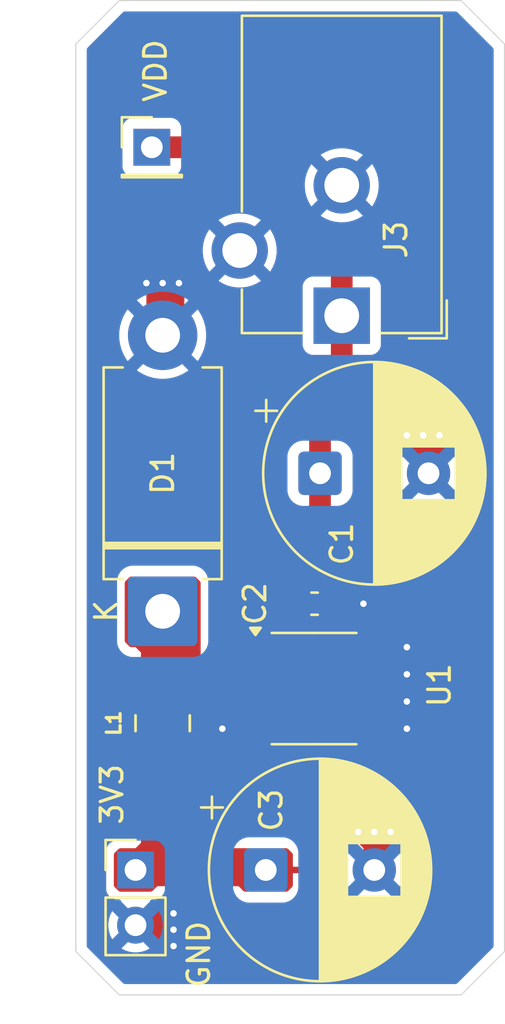
<source format=kicad_pcb>
(kicad_pcb (version 20241229) (generator "pcbnew") (generator_version "9.0")
  (layers (0 "F.Cu" signal) (2 "B.Cu" signal) (13 "F.Paste" user) (15 "B.Paste" user) (5 "F.SilkS" user "F.Silkscreen") (7 "B.SilkS" user "B.Silkscreen") (1 "F.Mask" user) (3 "B.Mask" user) (25 "Edge.Cuts" user))
  (net 0 "")
  (net 1 "GND")
  (net 2 "VDD")
  (net 3 "+3V3 Buck")
  (net 4 "/BUCK_SW")
  (footprint "Package_SO:SOIC-8_3.9x4.9mm_P1.27mm" (layer "F.Cu") (at 103.725 79.905)
    (property "Reference" "U1" (at 5.775 -0.155 90) (layer "F.SilkS"))
    (property "Value" "XL1509-3.3")
    (fp_line (start 0 -2.56) (end -1.95 -2.56) (stroke (width 0.12)) (layer "F.SilkS"))
    (fp_line (start 0 -2.56) (end 1.95 -2.56) (stroke (width 0.12)) (layer "F.SilkS"))
    (fp_line (start 0 2.56) (end -1.95 2.56) (stroke (width 0.12)) (layer "F.SilkS"))
    (fp_line (start 0 2.56) (end 1.95 2.56) (stroke (width 0.12)) (layer "F.SilkS"))
    (fp_poly (pts (xy -2.7 -2.465) (xy -2.94 -2.795) (xy -2.46 -2.795)) (stroke (width 0.12)) (fill yes) (layer "F.SilkS"))
    (pad "1" smd roundrect (at -2.475 -1.905) (size 1.95 0.6) (layers "F.Cu" "F.Mask" "F.Paste") (net 2 "VDD"))
    (pad "2" smd roundrect (at -2.475 -0.635) (size 1.95 0.6) (layers "F.Cu" "F.Mask" "F.Paste") (net 4 "/BUCK_SW"))
    (pad "3" smd roundrect (at -2.475 0.635) (size 1.95 0.6) (layers "F.Cu" "F.Mask" "F.Paste") (net 3 "+3V3 Buck"))
    (pad "4" smd roundrect (at -2.475 1.905) (size 1.95 0.6) (layers "F.Cu" "F.Mask" "F.Paste") (net 1 "GND"))
    (pad "5" smd roundrect (at 2.475 1.905) (size 1.95 0.6) (layers "F.Cu" "F.Mask" "F.Paste") (net 1 "GND"))
    (pad "6" smd roundrect (at 2.475 0.635) (size 1.95 0.6) (layers "F.Cu" "F.Mask" "F.Paste") (net 1 "GND"))
    (pad "7" smd roundrect (at 2.475 -0.635) (size 1.95 0.6) (layers "F.Cu" "F.Mask" "F.Paste") (net 1 "GND"))
    (pad "8" smd roundrect (at 2.475 -1.905) (size 1.95 0.6) (layers "F.Cu" "F.Mask" "F.Paste") (net 1 "GND"))
  )
  (footprint "Capacitor_SMD:C_0603_1608Metric_Pad1.08x0.95mm_HandSolder" (layer "F.Cu") (at 103.75 76)
    (property "Reference" "C2" (at -2.75 0 90) (layer "F.SilkS"))
    (property "Value" "1uF")
    (fp_line (start -0.146267 -0.51) (end 0.146267 -0.51) (stroke (width 0.12)) (layer "F.SilkS"))
    (fp_line (start -0.146267 0.51) (end 0.146267 0.51) (stroke (width 0.12)) (layer "F.SilkS"))
    (pad "1" smd roundrect (at -0.8625 0) (size 1.075 0.95) (layers "F.Cu" "F.Mask" "F.Paste") (net 2 "VDD"))
    (pad "2" smd roundrect (at 0.8625 0) (size 1.075 0.95) (layers "F.Cu" "F.Mask" "F.Paste") (net 1 "GND"))
  )
  (footprint "Capacitor_THT:CP_Radial_D10.0mm_P5.00mm" (layer "F.Cu") (at 101.5 88.25)
    (property "Reference" "C3" (at 0.25 -2.75 90) (layer "F.SilkS"))
    (property "Value" "330uF")
    (fp_line (start -2.979646 -2.875) (end -1.979646 -2.875) (stroke (width 0.12)) (layer "F.SilkS"))
    (fp_line (start -2.479646 -3.375) (end -2.479646 -2.375) (stroke (width 0.12)) (layer "F.SilkS"))
    (fp_line (start 2.5 -5.08) (end 2.5 5.08) (stroke (width 0.12)) (layer "F.SilkS"))
    (fp_line (start 2.54 -5.08) (end 2.54 5.08) (stroke (width 0.12)) (layer "F.SilkS"))
    (fp_line (start 2.58 -5.079) (end 2.58 5.079) (stroke (width 0.12)) (layer "F.SilkS"))
    (fp_line (start 2.62 -5.079) (end 2.62 5.079) (stroke (width 0.12)) (layer "F.SilkS"))
    (fp_line (start 2.66 -5.077) (end 2.66 5.077) (stroke (width 0.12)) (layer "F.SilkS"))
    (fp_line (start 2.7 -5.076) (end 2.7 5.076) (stroke (width 0.12)) (layer "F.SilkS"))
    (fp_line (start 2.74 -5.074) (end 2.74 5.074) (stroke (width 0.12)) (layer "F.SilkS"))
    (fp_line (start 2.78 -5.072) (end 2.78 5.072) (stroke (width 0.12)) (layer "F.SilkS"))
    (fp_line (start 2.82 -5.07) (end 2.82 5.07) (stroke (width 0.12)) (layer "F.SilkS"))
    (fp_line (start 2.86 -5.067) (end 2.86 5.067) (stroke (width 0.12)) (layer "F.SilkS"))
    (fp_line (start 2.9 -5.064) (end 2.9 5.064) (stroke (width 0.12)) (layer "F.SilkS"))
    (fp_line (start 2.94 -5.061) (end 2.94 5.061) (stroke (width 0.12)) (layer "F.SilkS"))
    (fp_line (start 2.98 -5.057) (end 2.98 5.057) (stroke (width 0.12)) (layer "F.SilkS"))
    (fp_line (start 3.02 -5.054) (end 3.02 5.054) (stroke (width 0.12)) (layer "F.SilkS"))
    (fp_line (start 3.06 -5.049) (end 3.06 5.049) (stroke (width 0.12)) (layer "F.SilkS"))
    (fp_line (start 3.1 -5.045) (end 3.1 5.045) (stroke (width 0.12)) (layer "F.SilkS"))
    (fp_line (start 3.14 -5.04) (end 3.14 5.04) (stroke (width 0.12)) (layer "F.SilkS"))
    (fp_line (start 3.18 -5.035) (end 3.18 5.035) (stroke (width 0.12)) (layer "F.SilkS"))
    (fp_line (start 3.22 -5.029) (end 3.22 5.029) (stroke (width 0.12)) (layer "F.SilkS"))
    (fp_line (start 3.26 -5.023) (end 3.26 5.023) (stroke (width 0.12)) (layer "F.SilkS"))
    (fp_line (start 3.3 -5.017) (end 3.3 5.017) (stroke (width 0.12)) (layer "F.SilkS"))
    (fp_line (start 3.34 -5.011) (end 3.34 5.011) (stroke (width 0.12)) (layer "F.SilkS"))
    (fp_line (start 3.38 -5.004) (end 3.38 5.004) (stroke (width 0.12)) (layer "F.SilkS"))
    (fp_line (start 3.42 -4.997) (end 3.42 4.997) (stroke (width 0.12)) (layer "F.SilkS"))
    (fp_line (start 3.46 -4.989) (end 3.46 4.989) (stroke (width 0.12)) (layer "F.SilkS"))
    (fp_line (start 3.5 -4.981) (end 3.5 4.981) (stroke (width 0.12)) (layer "F.SilkS"))
    (fp_line (start 3.54 -4.973) (end 3.54 4.973) (stroke (width 0.12)) (layer "F.SilkS"))
    (fp_line (start 3.58 -4.965) (end 3.58 4.965) (stroke (width 0.12)) (layer "F.SilkS"))
    (fp_line (start 3.62 -4.956) (end 3.62 4.956) (stroke (width 0.12)) (layer "F.SilkS"))
    (fp_line (start 3.66 -4.947) (end 3.66 4.947) (stroke (width 0.12)) (layer "F.SilkS"))
    (fp_line (start 3.7 -4.937) (end 3.7 4.937) (stroke (width 0.12)) (layer "F.SilkS"))
    (fp_line (start 3.74 -4.928) (end 3.74 4.928) (stroke (width 0.12)) (layer "F.SilkS"))
    (fp_line (start 3.78 -4.917) (end 3.78 -1.24) (stroke (width 0.12)) (layer "F.SilkS"))
    (fp_line (start 3.78 1.24) (end 3.78 4.917) (stroke (width 0.12)) (layer "F.SilkS"))
    (fp_line (start 3.82 -4.907) (end 3.82 -1.24) (stroke (width 0.12)) (layer "F.SilkS"))
    (fp_line (start 3.82 1.24) (end 3.82 4.907) (stroke (width 0.12)) (layer "F.SilkS"))
    (fp_line (start 3.86 -4.896) (end 3.86 -1.24) (stroke (width 0.12)) (layer "F.SilkS"))
    (fp_line (start 3.86 1.24) (end 3.86 4.896) (stroke (width 0.12)) (layer "F.SilkS"))
    (fp_line (start 3.9 -4.885) (end 3.9 -1.24) (stroke (width 0.12)) (layer "F.SilkS"))
    (fp_line (start 3.9 1.24) (end 3.9 4.885) (stroke (width 0.12)) (layer "F.SilkS"))
    (fp_line (start 3.94 -4.873) (end 3.94 -1.24) (stroke (width 0.12)) (layer "F.SilkS"))
    (fp_line (start 3.94 1.24) (end 3.94 4.873) (stroke (width 0.12)) (layer "F.SilkS"))
    (fp_line (start 3.98 -4.861) (end 3.98 -1.24) (stroke (width 0.12)) (layer "F.SilkS"))
    (fp_line (start 3.98 1.24) (end 3.98 4.861) (stroke (width 0.12)) (layer "F.SilkS"))
    (fp_line (start 4.02 -4.849) (end 4.02 -1.24) (stroke (width 0.12)) (layer "F.SilkS"))
    (fp_line (start 4.02 1.24) (end 4.02 4.849) (stroke (width 0.12)) (layer "F.SilkS"))
    (fp_line (start 4.06 -4.837) (end 4.06 -1.24) (stroke (width 0.12)) (layer "F.SilkS"))
    (fp_line (start 4.06 1.24) (end 4.06 4.837) (stroke (width 0.12)) (layer "F.SilkS"))
    (fp_line (start 4.1 -4.824) (end 4.1 -1.24) (stroke (width 0.12)) (layer "F.SilkS"))
    (fp_line (start 4.1 1.24) (end 4.1 4.824) (stroke (width 0.12)) (layer "F.SilkS"))
    (fp_line (start 4.14 -4.81) (end 4.14 -1.24) (stroke (width 0.12)) (layer "F.SilkS"))
    (fp_line (start 4.14 1.24) (end 4.14 4.81) (stroke (width 0.12)) (layer "F.SilkS"))
    (fp_line (start 4.18 -4.797) (end 4.18 -1.24) (stroke (width 0.12)) (layer "F.SilkS"))
    (fp_line (start 4.18 1.24) (end 4.18 4.797) (stroke (width 0.12)) (layer "F.SilkS"))
    (fp_line (start 4.22 -4.782) (end 4.22 -1.24) (stroke (width 0.12)) (layer "F.SilkS"))
    (fp_line (start 4.22 1.24) (end 4.22 4.782) (stroke (width 0.12)) (layer "F.SilkS"))
    (fp_line (start 4.26 -4.768) (end 4.26 -1.24) (stroke (width 0.12)) (layer "F.SilkS"))
    (fp_line (start 4.26 1.24) (end 4.26 4.768) (stroke (width 0.12)) (layer "F.SilkS"))
    (fp_line (start 4.3 -4.753) (end 4.3 -1.24) (stroke (width 0.12)) (layer "F.SilkS"))
    (fp_line (start 4.3 1.24) (end 4.3 4.753) (stroke (width 0.12)) (layer "F.SilkS"))
    (fp_line (start 4.34 -4.738) (end 4.34 -1.24) (stroke (width 0.12)) (layer "F.SilkS"))
    (fp_line (start 4.34 1.24) (end 4.34 4.738) (stroke (width 0.12)) (layer "F.SilkS"))
    (fp_line (start 4.38 -4.722) (end 4.38 -1.24) (stroke (width 0.12)) (layer "F.SilkS"))
    (fp_line (start 4.38 1.24) (end 4.38 4.722) (stroke (width 0.12)) (layer "F.SilkS"))
    (fp_line (start 4.42 -4.706) (end 4.42 -1.24) (stroke (width 0.12)) (layer "F.SilkS"))
    (fp_line (start 4.42 1.24) (end 4.42 4.706) (stroke (width 0.12)) (layer "F.SilkS"))
    (fp_line (start 4.46 -4.69) (end 4.46 -1.24) (stroke (width 0.12)) (layer "F.SilkS"))
    (fp_line (start 4.46 1.24) (end 4.46 4.69) (stroke (width 0.12)) (layer "F.SilkS"))
    (fp_line (start 4.5 -4.673) (end 4.5 -1.24) (stroke (width 0.12)) (layer "F.SilkS"))
    (fp_line (start 4.5 1.24) (end 4.5 4.673) (stroke (width 0.12)) (layer "F.SilkS"))
    (fp_line (start 4.54 -4.656) (end 4.54 -1.24) (stroke (width 0.12)) (layer "F.SilkS"))
    (fp_line (start 4.54 1.24) (end 4.54 4.656) (stroke (width 0.12)) (layer "F.SilkS"))
    (fp_line (start 4.58 -4.638) (end 4.58 -1.24) (stroke (width 0.12)) (layer "F.SilkS"))
    (fp_line (start 4.58 1.24) (end 4.58 4.638) (stroke (width 0.12)) (layer "F.SilkS"))
    (fp_line (start 4.62 -4.62) (end 4.62 -1.24) (stroke (width 0.12)) (layer "F.SilkS"))
    (fp_line (start 4.62 1.24) (end 4.62 4.62) (stroke (width 0.12)) (layer "F.SilkS"))
    (fp_line (start 4.66 -4.602) (end 4.66 -1.24) (stroke (width 0.12)) (layer "F.SilkS"))
    (fp_line (start 4.66 1.24) (end 4.66 4.602) (stroke (width 0.12)) (layer "F.SilkS"))
    (fp_line (start 4.7 -4.583) (end 4.7 -1.24) (stroke (width 0.12)) (layer "F.SilkS"))
    (fp_line (start 4.7 1.24) (end 4.7 4.583) (stroke (width 0.12)) (layer "F.SilkS"))
    (fp_line (start 4.74 -4.564) (end 4.74 -1.24) (stroke (width 0.12)) (layer "F.SilkS"))
    (fp_line (start 4.74 1.24) (end 4.74 4.564) (stroke (width 0.12)) (layer "F.SilkS"))
    (fp_line (start 4.78 -4.544) (end 4.78 -1.24) (stroke (width 0.12)) (layer "F.SilkS"))
    (fp_line (start 4.78 1.24) (end 4.78 4.544) (stroke (width 0.12)) (layer "F.SilkS"))
    (fp_line (start 4.82 -4.524) (end 4.82 -1.24) (stroke (width 0.12)) (layer "F.SilkS"))
    (fp_line (start 4.82 1.24) (end 4.82 4.524) (stroke (width 0.12)) (layer "F.SilkS"))
    (fp_line (start 4.86 -4.504) (end 4.86 -1.24) (stroke (width 0.12)) (layer "F.SilkS"))
    (fp_line (start 4.86 1.24) (end 4.86 4.504) (stroke (width 0.12)) (layer "F.SilkS"))
    (fp_line (start 4.9 -4.483) (end 4.9 -1.24) (stroke (width 0.12)) (layer "F.SilkS"))
    (fp_line (start 4.9 1.24) (end 4.9 4.483) (stroke (width 0.12)) (layer "F.SilkS"))
    (fp_line (start 4.94 -4.461) (end 4.94 -1.24) (stroke (width 0.12)) (layer "F.SilkS"))
    (fp_line (start 4.94 1.24) (end 4.94 4.461) (stroke (width 0.12)) (layer "F.SilkS"))
    (fp_line (start 4.98 -4.439) (end 4.98 -1.24) (stroke (width 0.12)) (layer "F.SilkS"))
    (fp_line (start 4.98 1.24) (end 4.98 4.439) (stroke (width 0.12)) (layer "F.SilkS"))
    (fp_line (start 5.02 -4.417) (end 5.02 -1.24) (stroke (width 0.12)) (layer "F.SilkS"))
    (fp_line (start 5.02 1.24) (end 5.02 4.417) (stroke (width 0.12)) (layer "F.SilkS"))
    (fp_line (start 5.06 -4.394) (end 5.06 -1.24) (stroke (width 0.12)) (layer "F.SilkS"))
    (fp_line (start 5.06 1.24) (end 5.06 4.394) (stroke (width 0.12)) (layer "F.SilkS"))
    (fp_line (start 5.1 -4.371) (end 5.1 -1.24) (stroke (width 0.12)) (layer "F.SilkS"))
    (fp_line (start 5.1 1.24) (end 5.1 4.371) (stroke (width 0.12)) (layer "F.SilkS"))
    (fp_line (start 5.14 -4.347) (end 5.14 -1.24) (stroke (width 0.12)) (layer "F.SilkS"))
    (fp_line (start 5.14 1.24) (end 5.14 4.347) (stroke (width 0.12)) (layer "F.SilkS"))
    (fp_line (start 5.18 -4.323) (end 5.18 -1.24) (stroke (width 0.12)) (layer "F.SilkS"))
    (fp_line (start 5.18 1.24) (end 5.18 4.323) (stroke (width 0.12)) (layer "F.SilkS"))
    (fp_line (start 5.22 -4.298) (end 5.22 -1.24) (stroke (width 0.12)) (layer "F.SilkS"))
    (fp_line (start 5.22 1.24) (end 5.22 4.298) (stroke (width 0.12)) (layer "F.SilkS"))
    (fp_line (start 5.26 -4.272) (end 5.26 -1.24) (stroke (width 0.12)) (layer "F.SilkS"))
    (fp_line (start 5.26 1.24) (end 5.26 4.272) (stroke (width 0.12)) (layer "F.SilkS"))
    (fp_line (start 5.3 -4.247) (end 5.3 -1.24) (stroke (width 0.12)) (layer "F.SilkS"))
    (fp_line (start 5.3 1.24) (end 5.3 4.247) (stroke (width 0.12)) (layer "F.SilkS"))
    (fp_line (start 5.34 -4.22) (end 5.34 -1.24) (stroke (width 0.12)) (layer "F.SilkS"))
    (fp_line (start 5.34 1.24) (end 5.34 4.22) (stroke (width 0.12)) (layer "F.SilkS"))
    (fp_line (start 5.38 -4.193) (end 5.38 -1.24) (stroke (width 0.12)) (layer "F.SilkS"))
    (fp_line (start 5.38 1.24) (end 5.38 4.193) (stroke (width 0.12)) (layer "F.SilkS"))
    (fp_line (start 5.42 -4.166) (end 5.42 -1.24) (stroke (width 0.12)) (layer "F.SilkS"))
    (fp_line (start 5.42 1.24) (end 5.42 4.166) (stroke (width 0.12)) (layer "F.SilkS"))
    (fp_line (start 5.46 -4.138) (end 5.46 -1.24) (stroke (width 0.12)) (layer "F.SilkS"))
    (fp_line (start 5.46 1.24) (end 5.46 4.138) (stroke (width 0.12)) (layer "F.SilkS"))
    (fp_line (start 5.5 -4.109) (end 5.5 -1.24) (stroke (width 0.12)) (layer "F.SilkS"))
    (fp_line (start 5.5 1.24) (end 5.5 4.109) (stroke (width 0.12)) (layer "F.SilkS"))
    (fp_line (start 5.54 -4.08) (end 5.54 -1.24) (stroke (width 0.12)) (layer "F.SilkS"))
    (fp_line (start 5.54 1.24) (end 5.54 4.08) (stroke (width 0.12)) (layer "F.SilkS"))
    (fp_line (start 5.58 -4.05) (end 5.58 -1.24) (stroke (width 0.12)) (layer "F.SilkS"))
    (fp_line (start 5.58 1.24) (end 5.58 4.05) (stroke (width 0.12)) (layer "F.SilkS"))
    (fp_line (start 5.62 -4.02) (end 5.62 -1.24) (stroke (width 0.12)) (layer "F.SilkS"))
    (fp_line (start 5.62 1.24) (end 5.62 4.02) (stroke (width 0.12)) (layer "F.SilkS"))
    (fp_line (start 5.66 -3.988) (end 5.66 -1.24) (stroke (width 0.12)) (layer "F.SilkS"))
    (fp_line (start 5.66 1.24) (end 5.66 3.988) (stroke (width 0.12)) (layer "F.SilkS"))
    (fp_line (start 5.7 -3.957) (end 5.7 -1.24) (stroke (width 0.12)) (layer "F.SilkS"))
    (fp_line (start 5.7 1.24) (end 5.7 3.957) (stroke (width 0.12)) (layer "F.SilkS"))
    (fp_line (start 5.74 -3.924) (end 5.74 -1.24) (stroke (width 0.12)) (layer "F.SilkS"))
    (fp_line (start 5.74 1.24) (end 5.74 3.924) (stroke (width 0.12)) (layer "F.SilkS"))
    (fp_line (start 5.78 -3.891) (end 5.78 -1.24) (stroke (width 0.12)) (layer "F.SilkS"))
    (fp_line (start 5.78 1.24) (end 5.78 3.891) (stroke (width 0.12)) (layer "F.SilkS"))
    (fp_line (start 5.82 -3.858) (end 5.82 -1.24) (stroke (width 0.12)) (layer "F.SilkS"))
    (fp_line (start 5.82 1.24) (end 5.82 3.858) (stroke (width 0.12)) (layer "F.SilkS"))
    (fp_line (start 5.86 -3.823) (end 5.86 -1.24) (stroke (width 0.12)) (layer "F.SilkS"))
    (fp_line (start 5.86 1.24) (end 5.86 3.823) (stroke (width 0.12)) (layer "F.SilkS"))
    (fp_line (start 5.9 -3.788) (end 5.9 -1.24) (stroke (width 0.12)) (layer "F.SilkS"))
    (fp_line (start 5.9 1.24) (end 5.9 3.788) (stroke (width 0.12)) (layer "F.SilkS"))
    (fp_line (start 5.94 -3.752) (end 5.94 -1.24) (stroke (width 0.12)) (layer "F.SilkS"))
    (fp_line (start 5.94 1.24) (end 5.94 3.752) (stroke (width 0.12)) (layer "F.SilkS"))
    (fp_line (start 5.98 -3.716) (end 5.98 -1.24) (stroke (width 0.12)) (layer "F.SilkS"))
    (fp_line (start 5.98 1.24) (end 5.98 3.716) (stroke (width 0.12)) (layer "F.SilkS"))
    (fp_line (start 6.02 -3.678) (end 6.02 -1.24) (stroke (width 0.12)) (layer "F.SilkS"))
    (fp_line (start 6.02 1.24) (end 6.02 3.678) (stroke (width 0.12)) (layer "F.SilkS"))
    (fp_line (start 6.06 -3.64) (end 6.06 -1.24) (stroke (width 0.12)) (layer "F.SilkS"))
    (fp_line (start 6.06 1.24) (end 6.06 3.64) (stroke (width 0.12)) (layer "F.SilkS"))
    (fp_line (start 6.1 -3.601) (end 6.1 -1.24) (stroke (width 0.12)) (layer "F.SilkS"))
    (fp_line (start 6.1 1.24) (end 6.1 3.601) (stroke (width 0.12)) (layer "F.SilkS"))
    (fp_line (start 6.14 -3.561) (end 6.14 -1.24) (stroke (width 0.12)) (layer "F.SilkS"))
    (fp_line (start 6.14 1.24) (end 6.14 3.561) (stroke (width 0.12)) (layer "F.SilkS"))
    (fp_line (start 6.18 -3.52) (end 6.18 -1.24) (stroke (width 0.12)) (layer "F.SilkS"))
    (fp_line (start 6.18 1.24) (end 6.18 3.52) (stroke (width 0.12)) (layer "F.SilkS"))
    (fp_line (start 6.22 -3.478) (end 6.22 -1.24) (stroke (width 0.12)) (layer "F.SilkS"))
    (fp_line (start 6.22 1.24) (end 6.22 3.478) (stroke (width 0.12)) (layer "F.SilkS"))
    (fp_line (start 6.26 -3.435) (end 6.26 3.435) (stroke (width 0.12)) (layer "F.SilkS"))
    (fp_line (start 6.3 -3.391) (end 6.3 3.391) (stroke (width 0.12)) (layer "F.SilkS"))
    (fp_line (start 6.34 -3.347) (end 6.34 3.347) (stroke (width 0.12)) (layer "F.SilkS"))
    (fp_line (start 6.38 -3.301) (end 6.38 3.301) (stroke (width 0.12)) (layer "F.SilkS"))
    (fp_line (start 6.42 -3.254) (end 6.42 3.254) (stroke (width 0.12)) (layer "F.SilkS"))
    (fp_line (start 6.46 -3.205) (end 6.46 3.205) (stroke (width 0.12)) (layer "F.SilkS"))
    (fp_line (start 6.5 -3.156) (end 6.5 3.156) (stroke (width 0.12)) (layer "F.SilkS"))
    (fp_line (start 6.54 -3.105) (end 6.54 3.105) (stroke (width 0.12)) (layer "F.SilkS"))
    (fp_line (start 6.58 -3.053) (end 6.58 3.053) (stroke (width 0.12)) (layer "F.SilkS"))
    (fp_line (start 6.62 -3) (end 6.62 3) (stroke (width 0.12)) (layer "F.SilkS"))
    (fp_line (start 6.66 -2.945) (end 6.66 2.945) (stroke (width 0.12)) (layer "F.SilkS"))
    (fp_line (start 6.7 -2.888) (end 6.7 2.888) (stroke (width 0.12)) (layer "F.SilkS"))
    (fp_line (start 6.74 -2.83) (end 6.74 2.83) (stroke (width 0.12)) (layer "F.SilkS"))
    (fp_line (start 6.78 -2.77) (end 6.78 2.77) (stroke (width 0.12)) (layer "F.SilkS"))
    (fp_line (start 6.82 -2.708) (end 6.82 2.708) (stroke (width 0.12)) (layer "F.SilkS"))
    (fp_line (start 6.86 -2.644) (end 6.86 2.644) (stroke (width 0.12)) (layer "F.SilkS"))
    (fp_line (start 6.9 -2.578) (end 6.9 2.578) (stroke (width 0.12)) (layer "F.SilkS"))
    (fp_line (start 6.94 -2.51) (end 6.94 2.51) (stroke (width 0.12)) (layer "F.SilkS"))
    (fp_line (start 6.98 -2.439) (end 6.98 2.439) (stroke (width 0.12)) (layer "F.SilkS"))
    (fp_line (start 7.02 -2.365) (end 7.02 2.365) (stroke (width 0.12)) (layer "F.SilkS"))
    (fp_line (start 7.06 -2.288) (end 7.06 2.288) (stroke (width 0.12)) (layer "F.SilkS"))
    (fp_line (start 7.1 -2.208) (end 7.1 2.208) (stroke (width 0.12)) (layer "F.SilkS"))
    (fp_line (start 7.14 -2.124) (end 7.14 2.124) (stroke (width 0.12)) (layer "F.SilkS"))
    (fp_line (start 7.18 -2.037) (end 7.18 2.037) (stroke (width 0.12)) (layer "F.SilkS"))
    (fp_line (start 7.22 -1.944) (end 7.22 1.944) (stroke (width 0.12)) (layer "F.SilkS"))
    (fp_line (start 7.26 -1.846) (end 7.26 1.846) (stroke (width 0.12)) (layer "F.SilkS"))
    (fp_line (start 7.3 -1.742) (end 7.3 1.742) (stroke (width 0.12)) (layer "F.SilkS"))
    (fp_line (start 7.34 -1.63) (end 7.34 1.63) (stroke (width 0.12)) (layer "F.SilkS"))
    (fp_line (start 7.38 -1.509) (end 7.38 1.509) (stroke (width 0.12)) (layer "F.SilkS"))
    (fp_line (start 7.42 -1.377) (end 7.42 1.377) (stroke (width 0.12)) (layer "F.SilkS"))
    (fp_line (start 7.46 -1.23) (end 7.46 1.23) (stroke (width 0.12)) (layer "F.SilkS"))
    (fp_line (start 7.5 -1.062) (end 7.5 1.062) (stroke (width 0.12)) (layer "F.SilkS"))
    (fp_line (start 7.54 -0.862) (end 7.54 0.862) (stroke (width 0.12)) (layer "F.SilkS"))
    (fp_line (start 7.58 -0.599) (end 7.58 0.599) (stroke (width 0.12)) (layer "F.SilkS"))
    (fp_circle (center 2.5 0) (end 7.62 0) (stroke (width 0.12)) (fill no) (layer "F.SilkS"))
    (pad "1" thru_hole roundrect (at 0 0) (size 2 2) (drill 1) (layers "*.Cu" "*.Mask") (roundrect_rratio 0.125) (net 3 "+3V3 Buck"))
    (pad "2" thru_hole circle (at 5 0) (size 2 2) (drill 1) (layers "*.Cu" "*.Mask") (net 1 "GND"))
  )
  (footprint "Connector_PinHeader_2.54mm:PinHeader_1x01_P2.54mm_Vertical" (layer "F.Cu") (at 96.25 55)
    (property "Reference" "J1" (hide yes))
    (property "Value" "Conn_01x01_Pin")
    (fp_line (start -1.38 -1.38) (end 0 -1.38) (stroke (width 0.12)) (layer "F.SilkS"))
    (fp_line (start -1.38 0) (end -1.38 -1.38) (stroke (width 0.12)) (layer "F.SilkS"))
    (fp_line (start -1.38 1.27) (end -1.38 1.38) (stroke (width 0.12)) (layer "F.SilkS"))
    (fp_line (start -1.38 1.27) (end 1.38 1.27) (stroke (width 0.12)) (layer "F.SilkS"))
    (fp_line (start -1.38 1.38) (end 1.38 1.38) (stroke (width 0.12)) (layer "F.SilkS"))
    (fp_line (start 1.38 1.27) (end 1.38 1.38) (stroke (width 0.12)) (layer "F.SilkS"))
    (pad "1" thru_hole rect (at 0 0) (size 1.7 1.7) (drill 1) (layers "*.Cu" "*.Mask") (net 2 "VDD"))
  )
  (footprint "Connector_BarrelJack:BarrelJack_CUI_PJ-102AH_Horizontal" (layer "F.Cu") (at 105 62.75 180)
    (property "Reference" "J3" (at -2.5 3.5 90) (layer "F.SilkS"))
    (property "Value" "Barrel_Jack_Switch")
    (fp_line (start 4.6 13.8) (end -4.6 13.8) (stroke (width 0.12)) (layer "F.SilkS"))
    (fp_line (start 4.6 4.8) (end 4.6 13.8) (stroke (width 0.12)) (layer "F.SilkS"))
    (fp_line (start 4.6 -0.8) (end 4.6 1.2) (stroke (width 0.12)) (layer "F.SilkS"))
    (fp_line (start 1.8 -0.8) (end 4.6 -0.8) (stroke (width 0.12)) (layer "F.SilkS"))
    (fp_line (start -4.6 13.8) (end -4.6 -0.8) (stroke (width 0.12)) (layer "F.SilkS"))
    (fp_line (start -4.6 -0.8) (end -1.8 -0.8) (stroke (width 0.12)) (layer "F.SilkS"))
    (fp_line (start -4.84 0.7) (end -4.84 -1.04) (stroke (width 0.12)) (layer "F.SilkS"))
    (fp_line (start -4.84 -1.04) (end -3.1 -1.04) (stroke (width 0.12)) (layer "F.SilkS"))
    (pad "1" thru_hole rect (at 0 0 180) (size 2.6 2.6) (drill 1.6) (layers "*.Cu" "*.Mask") (net 2 "VDD"))
    (pad "2" thru_hole circle (at 0 6 180) (size 2.6 2.6) (drill 1.6) (layers "*.Cu" "*.Mask") (net 1 "GND"))
    (pad "3" thru_hole circle (at 4.7 3 180) (size 2.6 2.6) (drill 1.6) (layers "*.Cu" "*.Mask") (net 1 "GND"))
  )
  (footprint "Connector_PinHeader_2.54mm:PinHeader_1x02_P2.54mm_Vertical" (layer "F.Cu") (at 95.5 88.25)
    (property "Reference" "J2" (hide yes))
    (property "Value" "Conn_01x02_Pin")
    (fp_line (start -1.38 -1.38) (end 0 -1.38) (stroke (width 0.12)) (layer "F.SilkS"))
    (fp_line (start -1.38 0) (end -1.38 -1.38) (stroke (width 0.12)) (layer "F.SilkS"))
    (fp_line (start -1.38 1.27) (end -1.38 3.92) (stroke (width 0.12)) (layer "F.SilkS"))
    (fp_line (start -1.38 1.27) (end 1.38 1.27) (stroke (width 0.12)) (layer "F.SilkS"))
    (fp_line (start -1.38 3.92) (end 1.38 3.92) (stroke (width 0.12)) (layer "F.SilkS"))
    (fp_line (start 1.38 1.27) (end 1.38 3.92) (stroke (width 0.12)) (layer "F.SilkS"))
    (pad "1" thru_hole rect (at 0 0) (size 1.7 1.7) (drill 1) (layers "*.Cu" "*.Mask") (net 3 "+3V3 Buck"))
    (pad "2" thru_hole circle (at 0 2.54) (size 1.7 1.7) (drill 1) (layers "*.Cu" "*.Mask") (net 1 "GND"))
  )
  (footprint "Diode_THT:D_DO-201AD_P12.70mm_Horizontal" (layer "F.Cu") (at 96.75 76.35 90)
    (property "Reference" "D1" (at 6.35 0 270) (layer "F.SilkS"))
    (property "Value" "1N5820")
    (fp_line (start 11.22 -2.72) (end 11.22 -1.84) (stroke (width 0.12)) (layer "F.SilkS"))
    (fp_line (start 3.145 -2.72) (end 3.145 2.72) (stroke (width 0.12)) (layer "F.SilkS"))
    (fp_line (start 3.025 -2.72) (end 3.025 2.72) (stroke (width 0.12)) (layer "F.SilkS"))
    (fp_line (start 2.905 -2.72) (end 2.905 2.72) (stroke (width 0.12)) (layer "F.SilkS"))
    (fp_line (start 1.48 -2.72) (end 11.22 -2.72) (stroke (width 0.12)) (layer "F.SilkS"))
    (fp_line (start 1.48 -1.84) (end 1.48 -2.72) (stroke (width 0.12)) (layer "F.SilkS"))
    (fp_line (start 1.48 1.84) (end 1.48 2.72) (stroke (width 0.12)) (layer "F.SilkS"))
    (fp_line (start 11.22 2.72) (end 11.22 1.84) (stroke (width 0.12)) (layer "F.SilkS"))
    (fp_line (start 1.48 2.72) (end 11.22 2.72) (stroke (width 0.12)) (layer "F.SilkS"))
    (fp_text user "K" (at 0 -2.6 90) (layer "F.SilkS"))
    (pad "1" thru_hole roundrect (at 0 0 90) (size 3.2 3.2) (drill 1.6) (layers "*.Cu" "*.Mask") (roundrect_rratio 0.078125) (net 4 "/BUCK_SW"))
    (pad "2" thru_hole circle (at 12.7 0 90) (size 3.2 3.2) (drill 1.6) (layers "*.Cu" "*.Mask") (net 1 "GND"))
  )
  (footprint "project_footprints:INDM3225X240N" (layer "F.Cu") (at 96.75 81.5 -90)
    (property "Reference" "L1" (at 0 2.25 270) (layer "F.SilkS") (effects (font (size 0.64 0.64))))
    (property "Value" "47uH")
    (fp_line (start -0.36 1.25) (end 0.36 1.25) (stroke (width 0.127)) (layer "F.SilkS"))
    (fp_line (start -0.36 -1.25) (end 0.36 -1.25) (stroke (width 0.127)) (layer "F.SilkS"))
    (pad "1" smd rect (at -1.445 0 270) (size 1.53 1.91) (layers "F.Cu" "F.Mask" "F.Paste") (net 4 "/BUCK_SW"))
    (pad "2" smd rect (at 1.445 0 270) (size 1.53 1.91) (layers "F.Cu" "F.Mask" "F.Paste") (net 3 "+3V3 Buck"))
  )
  (footprint "Capacitor_THT:CP_Radial_D10.0mm_P5.00mm" (layer "F.Cu") (at 104 70)
    (property "Reference" "C1" (at 1 3.25 90) (layer "F.SilkS"))
    (property "Value" "330uF")
    (fp_line (start -2.979646 -2.875) (end -1.979646 -2.875) (stroke (width 0.12)) (layer "F.SilkS"))
    (fp_line (start -2.479646 -3.375) (end -2.479646 -2.375) (stroke (width 0.12)) (layer "F.SilkS"))
    (fp_line (start 2.5 -5.08) (end 2.5 5.08) (stroke (width 0.12)) (layer "F.SilkS"))
    (fp_line (start 2.54 -5.08) (end 2.54 5.08) (stroke (width 0.12)) (layer "F.SilkS"))
    (fp_line (start 2.58 -5.079) (end 2.58 5.079) (stroke (width 0.12)) (layer "F.SilkS"))
    (fp_line (start 2.62 -5.079) (end 2.62 5.079) (stroke (width 0.12)) (layer "F.SilkS"))
    (fp_line (start 2.66 -5.077) (end 2.66 5.077) (stroke (width 0.12)) (layer "F.SilkS"))
    (fp_line (start 2.7 -5.076) (end 2.7 5.076) (stroke (width 0.12)) (layer "F.SilkS"))
    (fp_line (start 2.74 -5.074) (end 2.74 5.074) (stroke (width 0.12)) (layer "F.SilkS"))
    (fp_line (start 2.78 -5.072) (end 2.78 5.072) (stroke (width 0.12)) (layer "F.SilkS"))
    (fp_line (start 2.82 -5.07) (end 2.82 5.07) (stroke (width 0.12)) (layer "F.SilkS"))
    (fp_line (start 2.86 -5.067) (end 2.86 5.067) (stroke (width 0.12)) (layer "F.SilkS"))
    (fp_line (start 2.9 -5.064) (end 2.9 5.064) (stroke (width 0.12)) (layer "F.SilkS"))
    (fp_line (start 2.94 -5.061) (end 2.94 5.061) (stroke (width 0.12)) (layer "F.SilkS"))
    (fp_line (start 2.98 -5.057) (end 2.98 5.057) (stroke (width 0.12)) (layer "F.SilkS"))
    (fp_line (start 3.02 -5.054) (end 3.02 5.054) (stroke (width 0.12)) (layer "F.SilkS"))
    (fp_line (start 3.06 -5.049) (end 3.06 5.049) (stroke (width 0.12)) (layer "F.SilkS"))
    (fp_line (start 3.1 -5.045) (end 3.1 5.045) (stroke (width 0.12)) (layer "F.SilkS"))
    (fp_line (start 3.14 -5.04) (end 3.14 5.04) (stroke (width 0.12)) (layer "F.SilkS"))
    (fp_line (start 3.18 -5.035) (end 3.18 5.035) (stroke (width 0.12)) (layer "F.SilkS"))
    (fp_line (start 3.22 -5.029) (end 3.22 5.029) (stroke (width 0.12)) (layer "F.SilkS"))
    (fp_line (start 3.26 -5.023) (end 3.26 5.023) (stroke (width 0.12)) (layer "F.SilkS"))
    (fp_line (start 3.3 -5.017) (end 3.3 5.017) (stroke (width 0.12)) (layer "F.SilkS"))
    (fp_line (start 3.34 -5.011) (end 3.34 5.011) (stroke (width 0.12)) (layer "F.SilkS"))
    (fp_line (start 3.38 -5.004) (end 3.38 5.004) (stroke (width 0.12)) (layer "F.SilkS"))
    (fp_line (start 3.42 -4.997) (end 3.42 4.997) (stroke (width 0.12)) (layer "F.SilkS"))
    (fp_line (start 3.46 -4.989) (end 3.46 4.989) (stroke (width 0.12)) (layer "F.SilkS"))
    (fp_line (start 3.5 -4.981) (end 3.5 4.981) (stroke (width 0.12)) (layer "F.SilkS"))
    (fp_line (start 3.54 -4.973) (end 3.54 4.973) (stroke (width 0.12)) (layer "F.SilkS"))
    (fp_line (start 3.58 -4.965) (end 3.58 4.965) (stroke (width 0.12)) (layer "F.SilkS"))
    (fp_line (start 3.62 -4.956) (end 3.62 4.956) (stroke (width 0.12)) (layer "F.SilkS"))
    (fp_line (start 3.66 -4.947) (end 3.66 4.947) (stroke (width 0.12)) (layer "F.SilkS"))
    (fp_line (start 3.7 -4.937) (end 3.7 4.937) (stroke (width 0.12)) (layer "F.SilkS"))
    (fp_line (start 3.74 -4.928) (end 3.74 4.928) (stroke (width 0.12)) (layer "F.SilkS"))
    (fp_line (start 3.78 -4.917) (end 3.78 -1.24) (stroke (width 0.12)) (layer "F.SilkS"))
    (fp_line (start 3.78 1.24) (end 3.78 4.917) (stroke (width 0.12)) (layer "F.SilkS"))
    (fp_line (start 3.82 -4.907) (end 3.82 -1.24) (stroke (width 0.12)) (layer "F.SilkS"))
    (fp_line (start 3.82 1.24) (end 3.82 4.907) (stroke (width 0.12)) (layer "F.SilkS"))
    (fp_line (start 3.86 -4.896) (end 3.86 -1.24) (stroke (width 0.12)) (layer "F.SilkS"))
    (fp_line (start 3.86 1.24) (end 3.86 4.896) (stroke (width 0.12)) (layer "F.SilkS"))
    (fp_line (start 3.9 -4.885) (end 3.9 -1.24) (stroke (width 0.12)) (layer "F.SilkS"))
    (fp_line (start 3.9 1.24) (end 3.9 4.885) (stroke (width 0.12)) (layer "F.SilkS"))
    (fp_line (start 3.94 -4.873) (end 3.94 -1.24) (stroke (width 0.12)) (layer "F.SilkS"))
    (fp_line (start 3.94 1.24) (end 3.94 4.873) (stroke (width 0.12)) (layer "F.SilkS"))
    (fp_line (start 3.98 -4.861) (end 3.98 -1.24) (stroke (width 0.12)) (layer "F.SilkS"))
    (fp_line (start 3.98 1.24) (end 3.98 4.861) (stroke (width 0.12)) (layer "F.SilkS"))
    (fp_line (start 4.02 -4.849) (end 4.02 -1.24) (stroke (width 0.12)) (layer "F.SilkS"))
    (fp_line (start 4.02 1.24) (end 4.02 4.849) (stroke (width 0.12)) (layer "F.SilkS"))
    (fp_line (start 4.06 -4.837) (end 4.06 -1.24) (stroke (width 0.12)) (layer "F.SilkS"))
    (fp_line (start 4.06 1.24) (end 4.06 4.837) (stroke (width 0.12)) (layer "F.SilkS"))
    (fp_line (start 4.1 -4.824) (end 4.1 -1.24) (stroke (width 0.12)) (layer "F.SilkS"))
    (fp_line (start 4.1 1.24) (end 4.1 4.824) (stroke (width 0.12)) (layer "F.SilkS"))
    (fp_line (start 4.14 -4.81) (end 4.14 -1.24) (stroke (width 0.12)) (layer "F.SilkS"))
    (fp_line (start 4.14 1.24) (end 4.14 4.81) (stroke (width 0.12)) (layer "F.SilkS"))
    (fp_line (start 4.18 -4.797) (end 4.18 -1.24) (stroke (width 0.12)) (layer "F.SilkS"))
    (fp_line (start 4.18 1.24) (end 4.18 4.797) (stroke (width 0.12)) (layer "F.SilkS"))
    (fp_line (start 4.22 -4.782) (end 4.22 -1.24) (stroke (width 0.12)) (layer "F.SilkS"))
    (fp_line (start 4.22 1.24) (end 4.22 4.782) (stroke (width 0.12)) (layer "F.SilkS"))
    (fp_line (start 4.26 -4.768) (end 4.26 -1.24) (stroke (width 0.12)) (layer "F.SilkS"))
    (fp_line (start 4.26 1.24) (end 4.26 4.768) (stroke (width 0.12)) (layer "F.SilkS"))
    (fp_line (start 4.3 -4.753) (end 4.3 -1.24) (stroke (width 0.12)) (layer "F.SilkS"))
    (fp_line (start 4.3 1.24) (end 4.3 4.753) (stroke (width 0.12)) (layer "F.SilkS"))
    (fp_line (start 4.34 -4.738) (end 4.34 -1.24) (stroke (width 0.12)) (layer "F.SilkS"))
    (fp_line (start 4.34 1.24) (end 4.34 4.738) (stroke (width 0.12)) (layer "F.SilkS"))
    (fp_line (start 4.38 -4.722) (end 4.38 -1.24) (stroke (width 0.12)) (layer "F.SilkS"))
    (fp_line (start 4.38 1.24) (end 4.38 4.722) (stroke (width 0.12)) (layer "F.SilkS"))
    (fp_line (start 4.42 -4.706) (end 4.42 -1.24) (stroke (width 0.12)) (layer "F.SilkS"))
    (fp_line (start 4.42 1.24) (end 4.42 4.706) (stroke (width 0.12)) (layer "F.SilkS"))
    (fp_line (start 4.46 -4.69) (end 4.46 -1.24) (stroke (width 0.12)) (layer "F.SilkS"))
    (fp_line (start 4.46 1.24) (end 4.46 4.69) (stroke (width 0.12)) (layer "F.SilkS"))
    (fp_line (start 4.5 -4.673) (end 4.5 -1.24) (stroke (width 0.12)) (layer "F.SilkS"))
    (fp_line (start 4.5 1.24) (end 4.5 4.673) (stroke (width 0.12)) (layer "F.SilkS"))
    (fp_line (start 4.54 -4.656) (end 4.54 -1.24) (stroke (width 0.12)) (layer "F.SilkS"))
    (fp_line (start 4.54 1.24) (end 4.54 4.656) (stroke (width 0.12)) (layer "F.SilkS"))
    (fp_line (start 4.58 -4.638) (end 4.58 -1.24) (stroke (width 0.12)) (layer "F.SilkS"))
    (fp_line (start 4.58 1.24) (end 4.58 4.638) (stroke (width 0.12)) (layer "F.SilkS"))
    (fp_line (start 4.62 -4.62) (end 4.62 -1.24) (stroke (width 0.12)) (layer "F.SilkS"))
    (fp_line (start 4.62 1.24) (end 4.62 4.62) (stroke (width 0.12)) (layer "F.SilkS"))
    (fp_line (start 4.66 -4.602) (end 4.66 -1.24) (stroke (width 0.12)) (layer "F.SilkS"))
    (fp_line (start 4.66 1.24) (end 4.66 4.602) (stroke (width 0.12)) (layer "F.SilkS"))
    (fp_line (start 4.7 -4.583) (end 4.7 -1.24) (stroke (width 0.12)) (layer "F.SilkS"))
    (fp_line (start 4.7 1.24) (end 4.7 4.583) (stroke (width 0.12)) (layer "F.SilkS"))
    (fp_line (start 4.74 -4.564) (end 4.74 -1.24) (stroke (width 0.12)) (layer "F.SilkS"))
    (fp_line (start 4.74 1.24) (end 4.74 4.564) (stroke (width 0.12)) (layer "F.SilkS"))
    (fp_line (start 4.78 -4.544) (end 4.78 -1.24) (stroke (width 0.12)) (layer "F.SilkS"))
    (fp_line (start 4.78 1.24) (end 4.78 4.544) (stroke (width 0.12)) (layer "F.SilkS"))
    (fp_line (start 4.82 -4.524) (end 4.82 -1.24) (stroke (width 0.12)) (layer "F.SilkS"))
    (fp_line (start 4.82 1.24) (end 4.82 4.524) (stroke (width 0.12)) (layer "F.SilkS"))
    (fp_line (start 4.86 -4.504) (end 4.86 -1.24) (stroke (width 0.12)) (layer "F.SilkS"))
    (fp_line (start 4.86 1.24) (end 4.86 4.504) (stroke (width 0.12)) (layer "F.SilkS"))
    (fp_line (start 4.9 -4.483) (end 4.9 -1.24) (stroke (width 0.12)) (layer "F.SilkS"))
    (fp_line (start 4.9 1.24) (end 4.9 4.483) (stroke (width 0.12)) (layer "F.SilkS"))
    (fp_line (start 4.94 -4.461) (end 4.94 -1.24) (stroke (width 0.12)) (layer "F.SilkS"))
    (fp_line (start 4.94 1.24) (end 4.94 4.461) (stroke (width 0.12)) (layer "F.SilkS"))
    (fp_line (start 4.98 -4.439) (end 4.98 -1.24) (stroke (width 0.12)) (layer "F.SilkS"))
    (fp_line (start 4.98 1.24) (end 4.98 4.439) (stroke (width 0.12)) (layer "F.SilkS"))
    (fp_line (start 5.02 -4.417) (end 5.02 -1.24) (stroke (width 0.12)) (layer "F.SilkS"))
    (fp_line (start 5.02 1.24) (end 5.02 4.417) (stroke (width 0.12)) (layer "F.SilkS"))
    (fp_line (start 5.06 -4.394) (end 5.06 -1.24) (stroke (width 0.12)) (layer "F.SilkS"))
    (fp_line (start 5.06 1.24) (end 5.06 4.394) (stroke (width 0.12)) (layer "F.SilkS"))
    (fp_line (start 5.1 -4.371) (end 5.1 -1.24) (stroke (width 0.12)) (layer "F.SilkS"))
    (fp_line (start 5.1 1.24) (end 5.1 4.371) (stroke (width 0.12)) (layer "F.SilkS"))
    (fp_line (start 5.14 -4.347) (end 5.14 -1.24) (stroke (width 0.12)) (layer "F.SilkS"))
    (fp_line (start 5.14 1.24) (end 5.14 4.347) (stroke (width 0.12)) (layer "F.SilkS"))
    (fp_line (start 5.18 -4.323) (end 5.18 -1.24) (stroke (width 0.12)) (layer "F.SilkS"))
    (fp_line (start 5.18 1.24) (end 5.18 4.323) (stroke (width 0.12)) (layer "F.SilkS"))
    (fp_line (start 5.22 -4.298) (end 5.22 -1.24) (stroke (width 0.12)) (layer "F.SilkS"))
    (fp_line (start 5.22 1.24) (end 5.22 4.298) (stroke (width 0.12)) (layer "F.SilkS"))
    (fp_line (start 5.26 -4.272) (end 5.26 -1.24) (stroke (width 0.12)) (layer "F.SilkS"))
    (fp_line (start 5.26 1.24) (end 5.26 4.272) (stroke (width 0.12)) (layer "F.SilkS"))
    (fp_line (start 5.3 -4.247) (end 5.3 -1.24) (stroke (width 0.12)) (layer "F.SilkS"))
    (fp_line (start 5.3 1.24) (end 5.3 4.247) (stroke (width 0.12)) (layer "F.SilkS"))
    (fp_line (start 5.34 -4.22) (end 5.34 -1.24) (stroke (width 0.12)) (layer "F.SilkS"))
    (fp_line (start 5.34 1.24) (end 5.34 4.22) (stroke (width 0.12)) (layer "F.SilkS"))
    (fp_line (start 5.38 -4.193) (end 5.38 -1.24) (stroke (width 0.12)) (layer "F.SilkS"))
    (fp_line (start 5.38 1.24) (end 5.38 4.193) (stroke (width 0.12)) (layer "F.SilkS"))
    (fp_line (start 5.42 -4.166) (end 5.42 -1.24) (stroke (width 0.12)) (layer "F.SilkS"))
    (fp_line (start 5.42 1.24) (end 5.42 4.166) (stroke (width 0.12)) (layer "F.SilkS"))
    (fp_line (start 5.46 -4.138) (end 5.46 -1.24) (stroke (width 0.12)) (layer "F.SilkS"))
    (fp_line (start 5.46 1.24) (end 5.46 4.138) (stroke (width 0.12)) (layer "F.SilkS"))
    (fp_line (start 5.5 -4.109) (end 5.5 -1.24) (stroke (width 0.12)) (layer "F.SilkS"))
    (fp_line (start 5.5 1.24) (end 5.5 4.109) (stroke (width 0.12)) (layer "F.SilkS"))
    (fp_line (start 5.54 -4.08) (end 5.54 -1.24) (stroke (width 0.12)) (layer "F.SilkS"))
    (fp_line (start 5.54 1.24) (end 5.54 4.08) (stroke (width 0.12)) (layer "F.SilkS"))
    (fp_line (start 5.58 -4.05) (end 5.58 -1.24) (stroke (width 0.12)) (layer "F.SilkS"))
    (fp_line (start 5.58 1.24) (end 5.58 4.05) (stroke (width 0.12)) (layer "F.SilkS"))
    (fp_line (start 5.62 -4.02) (end 5.62 -1.24) (stroke (width 0.12)) (layer "F.SilkS"))
    (fp_line (start 5.62 1.24) (end 5.62 4.02) (stroke (width 0.12)) (layer "F.SilkS"))
    (fp_line (start 5.66 -3.988) (end 5.66 -1.24) (stroke (width 0.12)) (layer "F.SilkS"))
    (fp_line (start 5.66 1.24) (end 5.66 3.988) (stroke (width 0.12)) (layer "F.SilkS"))
    (fp_line (start 5.7 -3.957) (end 5.7 -1.24) (stroke (width 0.12)) (layer "F.SilkS"))
    (fp_line (start 5.7 1.24) (end 5.7 3.957) (stroke (width 0.12)) (layer "F.SilkS"))
    (fp_line (start 5.74 -3.924) (end 5.74 -1.24) (stroke (width 0.12)) (layer "F.SilkS"))
    (fp_line (start 5.74 1.24) (end 5.74 3.924) (stroke (width 0.12)) (layer "F.SilkS"))
    (fp_line (start 5.78 -3.891) (end 5.78 -1.24) (stroke (width 0.12)) (layer "F.SilkS"))
    (fp_line (start 5.78 1.24) (end 5.78 3.891) (stroke (width 0.12)) (layer "F.SilkS"))
    (fp_line (start 5.82 -3.858) (end 5.82 -1.24) (stroke (width 0.12)) (layer "F.SilkS"))
    (fp_line (start 5.82 1.24) (end 5.82 3.858) (stroke (width 0.12)) (layer "F.SilkS"))
    (fp_line (start 5.86 -3.823) (end 5.86 -1.24) (stroke (width 0.12)) (layer "F.SilkS"))
    (fp_line (start 5.86 1.24) (end 5.86 3.823) (stroke (width 0.12)) (layer "F.SilkS"))
    (fp_line (start 5.9 -3.788) (end 5.9 -1.24) (stroke (width 0.12)) (layer "F.SilkS"))
    (fp_line (start 5.9 1.24) (end 5.9 3.788) (stroke (width 0.12)) (layer "F.SilkS"))
    (fp_line (start 5.94 -3.752) (end 5.94 -1.24) (stroke (width 0.12)) (layer "F.SilkS"))
    (fp_line (start 5.94 1.24) (end 5.94 3.752) (stroke (width 0.12)) (layer "F.SilkS"))
    (fp_line (start 5.98 -3.716) (end 5.98 -1.24) (stroke (width 0.12)) (layer "F.SilkS"))
    (fp_line (start 5.98 1.24) (end 5.98 3.716) (stroke (width 0.12)) (layer "F.SilkS"))
    (fp_line (start 6.02 -3.678) (end 6.02 -1.24) (stroke (width 0.12)) (layer "F.SilkS"))
    (fp_line (start 6.02 1.24) (end 6.02 3.678) (stroke (width 0.12)) (layer "F.SilkS"))
    (fp_line (start 6.06 -3.64) (end 6.06 -1.24) (stroke (width 0.12)) (layer "F.SilkS"))
    (fp_line (start 6.06 1.24) (end 6.06 3.64) (stroke (width 0.12)) (layer "F.SilkS"))
    (fp_line (start 6.1 -3.601) (end 6.1 -1.24) (stroke (width 0.12)) (layer "F.SilkS"))
    (fp_line (start 6.1 1.24) (end 6.1 3.601) (stroke (width 0.12)) (layer "F.SilkS"))
    (fp_line (start 6.14 -3.561) (end 6.14 -1.24) (stroke (width 0.12)) (layer "F.SilkS"))
    (fp_line (start 6.14 1.24) (end 6.14 3.561) (stroke (width 0.12)) (layer "F.SilkS"))
    (fp_line (start 6.18 -3.52) (end 6.18 -1.24) (stroke (width 0.12)) (layer "F.SilkS"))
    (fp_line (start 6.18 1.24) (end 6.18 3.52) (stroke (width 0.12)) (layer "F.SilkS"))
    (fp_line (start 6.22 -3.478) (end 6.22 -1.24) (stroke (width 0.12)) (layer "F.SilkS"))
    (fp_line (start 6.22 1.24) (end 6.22 3.478) (stroke (width 0.12)) (layer "F.SilkS"))
    (fp_line (start 6.26 -3.435) (end 6.26 3.435) (stroke (width 0.12)) (layer "F.SilkS"))
    (fp_line (start 6.3 -3.391) (end 6.3 3.391) (stroke (width 0.12)) (layer "F.SilkS"))
    (fp_line (start 6.34 -3.347) (end 6.34 3.347) (stroke (width 0.12)) (layer "F.SilkS"))
    (fp_line (start 6.38 -3.301) (end 6.38 3.301) (stroke (width 0.12)) (layer "F.SilkS"))
    (fp_line (start 6.42 -3.254) (end 6.42 3.254) (stroke (width 0.12)) (layer "F.SilkS"))
    (fp_line (start 6.46 -3.205) (end 6.46 3.205) (stroke (width 0.12)) (layer "F.SilkS"))
    (fp_line (start 6.5 -3.156) (end 6.5 3.156) (stroke (width 0.12)) (layer "F.SilkS"))
    (fp_line (start 6.54 -3.105) (end 6.54 3.105) (stroke (width 0.12)) (layer "F.SilkS"))
    (fp_line (start 6.58 -3.053) (end 6.58 3.053) (stroke (width 0.12)) (layer "F.SilkS"))
    (fp_line (start 6.62 -3) (end 6.62 3) (stroke (width 0.12)) (layer "F.SilkS"))
    (fp_line (start 6.66 -2.945) (end 6.66 2.945) (stroke (width 0.12)) (layer "F.SilkS"))
    (fp_line (start 6.7 -2.888) (end 6.7 2.888) (stroke (width 0.12)) (layer "F.SilkS"))
    (fp_line (start 6.74 -2.83) (end 6.74 2.83) (stroke (width 0.12)) (layer "F.SilkS"))
    (fp_line (start 6.78 -2.77) (end 6.78 2.77) (stroke (width 0.12)) (layer "F.SilkS"))
    (fp_line (start 6.82 -2.708) (end 6.82 2.708) (stroke (width 0.12)) (layer "F.SilkS"))
    (fp_line (start 6.86 -2.644) (end 6.86 2.644) (stroke (width 0.12)) (layer "F.SilkS"))
    (fp_line (start 6.9 -2.578) (end 6.9 2.578) (stroke (width 0.12)) (layer "F.SilkS"))
    (fp_line (start 6.94 -2.51) (end 6.94 2.51) (stroke (width 0.12)) (layer "F.SilkS"))
    (fp_line (start 6.98 -2.439) (end 6.98 2.439) (stroke (width 0.12)) (layer "F.SilkS"))
    (fp_line (start 7.02 -2.365) (end 7.02 2.365) (stroke (width 0.12)) (layer "F.SilkS"))
    (fp_line (start 7.06 -2.288) (end 7.06 2.288) (stroke (width 0.12)) (layer "F.SilkS"))
    (fp_line (start 7.1 -2.208) (end 7.1 2.208) (stroke (width 0.12)) (layer "F.SilkS"))
    (fp_line (start 7.14 -2.124) (end 7.14 2.124) (stroke (width 0.12)) (layer "F.SilkS"))
    (fp_line (start 7.18 -2.037) (end 7.18 2.037) (stroke (width 0.12)) (layer "F.SilkS"))
    (fp_line (start 7.22 -1.944) (end 7.22 1.944) (stroke (width 0.12)) (layer "F.SilkS"))
    (fp_line (start 7.26 -1.846) (end 7.26 1.846) (stroke (width 0.12)) (layer "F.SilkS"))
    (fp_line (start 7.3 -1.742) (end 7.3 1.742) (stroke (width 0.12)) (layer "F.SilkS"))
    (fp_line (start 7.34 -1.63) (end 7.34 1.63) (stroke (width 0.12)) (layer "F.SilkS"))
    (fp_line (start 7.38 -1.509) (end 7.38 1.509) (stroke (width 0.12)) (layer "F.SilkS"))
    (fp_line (start 7.42 -1.377) (end 7.42 1.377) (stroke (width 0.12)) (layer "F.SilkS"))
    (fp_line (start 7.46 -1.23) (end 7.46 1.23) (stroke (width 0.12)) (layer "F.SilkS"))
    (fp_line (start 7.5 -1.062) (end 7.5 1.062) (stroke (width 0.12)) (layer "F.SilkS"))
    (fp_line (start 7.54 -0.862) (end 7.54 0.862) (stroke (width 0.12)) (layer "F.SilkS"))
    (fp_line (start 7.58 -0.599) (end 7.58 0.599) (stroke (width 0.12)) (layer "F.SilkS"))
    (fp_circle (center 2.5 0) (end 7.62 0) (stroke (width 0.12)) (fill no) (layer "F.SilkS"))
    (pad "1" thru_hole roundrect (at 0 0) (size 2 2) (drill 1) (layers "*.Cu" "*.Mask") (roundrect_rratio 0.125) (net 2 "VDD"))
    (pad "2" thru_hole circle (at 5 0) (size 2 2) (drill 1) (layers "*.Cu" "*.Mask") (net 1 "GND"))
  )
  (gr_line (start 112.5 50.25) (end 112.5 92) (stroke (width 0.05)) (layer "Edge.Cuts"))
  (gr_line (start 92.75 50.25) (end 92.75 92) (stroke (width 0.05)) (layer "Edge.Cuts"))
  (gr_line (start 94.75 48.25) (end 92.75 50.25) (stroke (width 0.05)) (layer "Edge.Cuts"))
  (gr_line (start 110.5 94) (end 112.5 92) (stroke (width 0.05)) (layer "Edge.Cuts"))
  (gr_line (start 94.75 94) (end 92.75 92) (stroke (width 0.05)) (layer "Edge.Cuts"))
  (gr_line (start 110.5 48.25) (end 94.75 48.25) (stroke (width 0.05)) (layer "Edge.Cuts"))
  (gr_line (start 110.5 94) (end 94.75 94) (stroke (width 0.05)) (layer "Edge.Cuts"))
  (gr_line (start 110.5 48.25) (end 112.5 50.25) (stroke (width 0.05)) (layer "Edge.Cuts"))
  (gr_text "GND" (at 99 93.75 90) (layer "F.SilkS") (effects (font (size 1 1)) (justify left bottom)))
  (gr_text "VDD" (at 97 53 90) (layer "F.SilkS") (effects (font (size 1 1)) (justify left bottom)))
  (gr_text "3V3" (at 95 86.25 90) (layer "F.SilkS") (effects (font (size 1 1)) (justify left bottom)))
  (segment (start 101.25 81.81) (end 99.56 81.81) (width 0.6) (layer "F.Cu") (net 1))
  (segment (start 106.2 78) (end 108 78) (width 0.6) (layer "F.Cu") (net 1))
  (segment (start 107.94 81.81) (end 108 81.75) (width 0.6) (layer "F.Cu") (net 1))
  (segment (start 107.96 80.54) (end 108 80.5) (width 0.6) (layer "F.Cu") (net 1))
  (segment (start 106.2 79.27) (end 107.98 79.27) (width 0.6) (layer "F.Cu") (net 1))
  (segment (start 106.2 80.54) (end 107.96 80.54) (width 0.6) (layer "F.Cu") (net 1))
  (segment (start 104.6125 76) (end 106 76) (width 0.6) (layer "F.Cu") (net 1))
  (segment (start 99.56 81.81) (end 99.5 81.75) (width 0.6) (layer "F.Cu") (net 1))
  (segment (start 106.2 81.81) (end 107.94 81.81) (width 0.6) (layer "F.Cu") (net 1))
  (segment (start 107.98 79.27) (end 108 79.25) (width 0.6) (layer "F.Cu") (net 1))
  (via (at 96.75 61.25) (size 0.6) (drill 0.3) (layers "F.Cu" "B.Cu") (net 1))
  (via (at 97.5 61.25) (size 0.6) (drill 0.3) (layers "F.Cu" "B.Cu") (net 1))
  (via (at 107.25 86.5) (size 0.6) (drill 0.3) (layers "F.Cu" "B.Cu") (net 1))
  (via (at 108.75 68.25) (size 0.6) (drill 0.3) (layers "F.Cu" "B.Cu") (net 1))
  (via (at 105.75 86.5) (size 0.6) (drill 0.3) (layers "F.Cu" "B.Cu") (net 1))
  (via (at 106 76) (size 0.6) (drill 0.3) (layers "F.Cu" "B.Cu") (net 1))
  (via (at 108 80.5) (size 0.6) (drill 0.3) (layers "F.Cu" "B.Cu") (net 1))
  (via (at 97.25 91.75) (size 0.6) (drill 0.3) (layers "F.Cu" "B.Cu") (net 1))
  (via (at 99.5 81.75) (size 0.6) (drill 0.3) (layers "F.Cu" "B.Cu") (net 1))
  (via (at 108 81.75) (size 0.6) (drill 0.3) (layers "F.Cu" "B.Cu") (net 1))
  (via (at 109.5 68.25) (size 0.6) (drill 0.3) (layers "F.Cu" "B.Cu") (net 1))
  (via (at 96 61.25) (size 0.6) (drill 0.3) (layers "F.Cu" "B.Cu") (net 1))
  (via (at 97.25 91) (size 0.6) (drill 0.3) (layers "F.Cu" "B.Cu") (net 1))
  (via (at 97.25 90.25) (size 0.6) (drill 0.3) (layers "F.Cu" "B.Cu") (net 1))
  (via (at 106.5 86.5) (size 0.6) (drill 0.3) (layers "F.Cu" "B.Cu") (net 1))
  (via (at 108 68.25) (size 0.6) (drill 0.3) (layers "F.Cu" "B.Cu") (net 1))
  (via (at 108 78) (size 0.6) (drill 0.3) (layers "F.Cu" "B.Cu") (net 1))
  (via (at 108 79.25) (size 0.6) (drill 0.3) (layers "F.Cu" "B.Cu") (net 1))
  (segment (start 104 70) (end 104 71.675) (width 1) (layer "F.Cu") (net 2))
  (segment (start 96.25 55) (end 99.5 55) (width 1) (layer "F.Cu") (net 2))
  (segment (start 101.25 78) (end 102.25 78) (width 0.6) (layer "F.Cu") (net 2))
  (segment (start 105 62.75) (end 105 64.75) (width 1) (layer "F.Cu") (net 2))
  (segment (start 104 65.75) (end 104 70) (width 1) (layer "F.Cu") (net 2))
  (segment (start 102.8875 77.3625) (end 102.8875 76) (width 0.6) (layer "F.Cu") (net 2))
  (segment (start 99.5 55) (end 105 60.5) (width 1) (layer "F.Cu") (net 2))
  (segment (start 102.8875 72.7875) (end 102.8875 76) (width 1) (layer "F.Cu") (net 2))
  (segment (start 104 71.675) (end 102.8875 72.7875) (width 1) (layer "F.Cu") (net 2))
  (segment (start 102.25 78) (end 102.8875 77.3625) (width 0.6) (layer "F.Cu") (net 2))
  (segment (start 105 60.5) (end 105 62.75) (width 1) (layer "F.Cu") (net 2))
  (segment (start 105 64.75) (end 104 65.75) (width 1) (layer "F.Cu") (net 2))
  (segment (start 103.25 88.25) (end 103.5 88) (width 0.3) (layer "F.Cu") (net 3))
  (segment (start 103.5 88) (end 103.5 81.25) (width 0.3) (layer "F.Cu") (net 3))
  (segment (start 101.5 88.25) (end 103.25 88.25) (width 0.3) (layer "F.Cu") (net 3))
  (segment (start 102.79 80.54) (end 101.25 80.54) (width 0.3) (layer "F.Cu") (net 3))
  (segment (start 103.5 81.25) (end 102.79 80.54) (width 0.3) (layer "F.Cu") (net 3))
  (zone (net 4) (net_name "/BUCK_SW") (layer "F.Cu") (priority 2) (connect_pads yes (clearance 0.5)) (min_thickness 0.25) (fill yes (thermal_gap 0.5) (thermal_bridge_width 0.5) (island_removal_mode 1) (island_area_min 10))
    (polygon (pts (xy 98.5 78.75) (xy 98.5 78.75) (xy 98.5 75) (xy 98.25 74.75) (xy 95.25 74.75) (xy 95 75) (xy 95 77.75) (xy 95.25 78) (xy 95.5 78) (xy 95.75 78.25) (xy 95.75 80.75) (xy 96 81) (xy 97.75 81) (xy 98 80.75) (xy 98 80) (xy 98.25 79.75) (xy 102 79.75) (xy 102.25 79.5) (xy 102.25 78.75)))
  )
  (zone (net 3) (net_name "+3V3 Buck") (layer "F.Cu") (priority 3) (connect_pads yes (clearance 0.5)) (min_thickness 0.25) (fill yes (thermal_gap 0.5) (thermal_bridge_width 0.5) (island_removal_mode 1) (island_area_min 10))
    (polygon (pts (xy 95.75 87) (xy 95.5 87.25) (xy 94.75 87.25) (xy 94.5 87.5) (xy 94.5 89) (xy 94.75 89.25) (xy 96.25 89.25) (xy 96.5 89) (xy 100.25 89) (xy 100.5 89.25) (xy 102.5 89.25) (xy 102.75 89) (xy 102.75 87.5) (xy 102.5 87.25) (xy 98 87.25) (xy 97.75 87) (xy 97.75 82.25) (xy 97.5 82) (xy 96 82) (xy 95.75 82.25)))
  )
  (zone (net 1) (net_name "GND") (layer "F.Cu") (priority 6) (connect_pads yes (clearance 0.5)) (min_thickness 0.25) (fill yes (thermal_gap 0.5) (thermal_bridge_width 0.5) (island_removal_mode 1) (island_area_min 10))
    (polygon (pts (xy 95.5 90.25) (xy 96.25 90.25) (xy 96.5 90) (xy 96.5 89.75) (xy 96.75 89.5) (xy 97.5 89.5) (xy 97.75 89.75) (xy 97.75 92) (xy 97.5 92.25) (xy 96.75 92.25) (xy 96.5 92) (xy 96.5 91.75) (xy 96.25 91.5) (xy 95.5 91.5)))
  )
  (zone (net 1) (net_name "GND") (layer "F.Cu") (priority 1) (connect_pads yes (clearance 0.5)) (min_thickness 0.25) (fill yes (thermal_gap 0.5) (thermal_bridge_width 0.5))
    (polygon (pts (xy 96 62.75) (xy 96 61.75) (xy 95.5 61.5) (xy 95.5 61) (xy 95.75 60.75) (xy 97.75 60.75) (xy 98 61) (xy 98 61.5) (xy 97.75 61.75) (xy 97.75 62.75)))
  )
  (zone (net 1) (net_name "GND") (layer "F.Cu") (priority 4) (connect_pads yes (clearance 0.5)) (min_thickness 0.25) (fill yes (thermal_gap 0.5) (thermal_bridge_width 0.5) (island_removal_mode 1) (island_area_min 10))
    (polygon (pts (xy 108.25 69.5) (xy 108.25 69) (xy 108 68.75) (xy 107.75 68.75) (xy 107.5 68.5) (xy 107.5 68) (xy 107.75 67.75) (xy 109.75 67.75) (xy 110 68) (xy 110 68.5) (xy 109.75 68.75) (xy 109.75 69.5)))
  )
  (zone (net 1) (net_name "GND") (layer "F.Cu") (priority 5) (connect_pads yes (clearance 0.5)) (min_thickness 0.25) (fill yes (thermal_gap 0.5) (thermal_bridge_width 0.5) (island_removal_mode 1) (island_area_min 10))
    (polygon (pts (xy 106 87.75) (xy 106 87.25) (xy 105.75 87) (xy 105.5 87) (xy 105.25 86.75) (xy 105.25 86.25) (xy 105.5 86) (xy 107.5 86) (xy 107.75 86.25) (xy 107.75 86.75) (xy 107.25 87) (xy 107.25 87.75)))
  )
  (zone (net 1) (net_name "GND") (layer "B.Cu") (connect_pads (clearance 0.5)) (min_thickness 0.25) (fill yes (thermal_gap 0.4) (thermal_bridge_width 0.6))
    (polygon (pts (xy 95 48.5) (xy 93 50.25) (xy 93 92) (xy 94.75 93.75) (xy 110.5 93.75) (xy 112.25 92) (xy 112.25 50.5) (xy 110.25 48.5)))
  )
)
</source>
